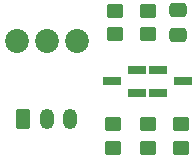
<source format=gbr>
%TF.GenerationSoftware,KiCad,Pcbnew,8.0.6*%
%TF.CreationDate,2024-10-24T14:04:09-05:00*%
%TF.ProjectId,FanPWMtoRotorLock,46616e50-574d-4746-9f52-6f746f724c6f,rev?*%
%TF.SameCoordinates,Original*%
%TF.FileFunction,Soldermask,Top*%
%TF.FilePolarity,Negative*%
%FSLAX46Y46*%
G04 Gerber Fmt 4.6, Leading zero omitted, Abs format (unit mm)*
G04 Created by KiCad (PCBNEW 8.0.6) date 2024-10-24 14:04:09*
%MOMM*%
%LPD*%
G01*
G04 APERTURE LIST*
G04 Aperture macros list*
%AMRoundRect*
0 Rectangle with rounded corners*
0 $1 Rounding radius*
0 $2 $3 $4 $5 $6 $7 $8 $9 X,Y pos of 4 corners*
0 Add a 4 corners polygon primitive as box body*
4,1,4,$2,$3,$4,$5,$6,$7,$8,$9,$2,$3,0*
0 Add four circle primitives for the rounded corners*
1,1,$1+$1,$2,$3*
1,1,$1+$1,$4,$5*
1,1,$1+$1,$6,$7*
1,1,$1+$1,$8,$9*
0 Add four rect primitives between the rounded corners*
20,1,$1+$1,$2,$3,$4,$5,0*
20,1,$1+$1,$4,$5,$6,$7,0*
20,1,$1+$1,$6,$7,$8,$9,0*
20,1,$1+$1,$8,$9,$2,$3,0*%
G04 Aperture macros list end*
%ADD10RoundRect,0.250000X-0.350000X-0.625000X0.350000X-0.625000X0.350000X0.625000X-0.350000X0.625000X0*%
%ADD11O,1.200000X1.750000*%
%ADD12RoundRect,0.250000X0.450000X-0.350000X0.450000X0.350000X-0.450000X0.350000X-0.450000X-0.350000X0*%
%ADD13RoundRect,0.070000X0.650000X0.300000X-0.650000X0.300000X-0.650000X-0.300000X0.650000X-0.300000X0*%
%ADD14RoundRect,0.250000X-0.475000X0.337500X-0.475000X-0.337500X0.475000X-0.337500X0.475000X0.337500X0*%
%ADD15C,2.020000*%
%ADD16RoundRect,0.070000X-0.650000X-0.300000X0.650000X-0.300000X0.650000X0.300000X-0.650000X0.300000X0*%
G04 APERTURE END LIST*
D10*
%TO.C,J2*%
X119033475Y-86593723D03*
D11*
X121033475Y-86593723D03*
X123033475Y-86593723D03*
%TD*%
D12*
%TO.C,R4*%
X129650000Y-79450000D03*
X129650000Y-77450000D03*
%TD*%
D13*
%TO.C,Q2*%
X128700000Y-84400000D03*
X128700000Y-82500000D03*
X126600000Y-83450000D03*
%TD*%
D12*
%TO.C,R3*%
X126700000Y-89100000D03*
X126700000Y-87100000D03*
%TD*%
D14*
%TO.C,C1*%
X132200000Y-77412500D03*
X132200000Y-79487500D03*
%TD*%
D15*
%TO.C,J1*%
X118500000Y-80000000D03*
X121040000Y-80000000D03*
X123580000Y-80000000D03*
%TD*%
D16*
%TO.C,Q3*%
X130450000Y-82500000D03*
X130450000Y-84400000D03*
X132550000Y-83450000D03*
%TD*%
D12*
%TO.C,R2*%
X126800000Y-79450000D03*
X126800000Y-77450000D03*
%TD*%
%TO.C,R5*%
X132400000Y-89100000D03*
X132400000Y-87100000D03*
%TD*%
%TO.C,R6*%
X129600000Y-89100000D03*
X129600000Y-87100000D03*
%TD*%
M02*

</source>
